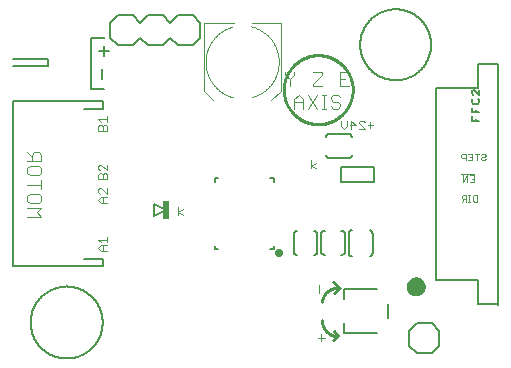
<source format=gto>
G75*
%MOIN*%
%OFA0B0*%
%FSLAX25Y25*%
%IPPOS*%
%LPD*%
%AMOC8*
5,1,8,0,0,1.08239X$1,22.5*
%
%ADD10C,0.00500*%
%ADD11C,0.00300*%
%ADD12C,0.00400*%
%ADD13C,0.01000*%
%ADD14C,0.00800*%
%ADD15C,0.05568*%
%ADD16C,0.00700*%
%ADD17C,0.00787*%
%ADD18C,0.01969*%
%ADD19R,0.02400X0.06200*%
%ADD20C,0.00600*%
%ADD21C,0.00200*%
D10*
X0072052Y0087644D02*
X0072056Y0087938D01*
X0072066Y0088233D01*
X0072085Y0088527D01*
X0072110Y0088820D01*
X0072142Y0089113D01*
X0072182Y0089405D01*
X0072229Y0089696D01*
X0072283Y0089985D01*
X0072344Y0090273D01*
X0072412Y0090560D01*
X0072487Y0090845D01*
X0072569Y0091127D01*
X0072658Y0091408D01*
X0072753Y0091687D01*
X0072856Y0091963D01*
X0072965Y0092236D01*
X0073081Y0092507D01*
X0073204Y0092775D01*
X0073333Y0093039D01*
X0073469Y0093301D01*
X0073611Y0093559D01*
X0073759Y0093813D01*
X0073914Y0094064D01*
X0074074Y0094311D01*
X0074241Y0094554D01*
X0074414Y0094792D01*
X0074592Y0095027D01*
X0074776Y0095257D01*
X0074965Y0095482D01*
X0075161Y0095703D01*
X0075361Y0095918D01*
X0075567Y0096129D01*
X0075778Y0096335D01*
X0075993Y0096535D01*
X0076214Y0096731D01*
X0076439Y0096920D01*
X0076669Y0097104D01*
X0076904Y0097282D01*
X0077142Y0097455D01*
X0077385Y0097622D01*
X0077632Y0097782D01*
X0077883Y0097937D01*
X0078137Y0098085D01*
X0078395Y0098227D01*
X0078657Y0098363D01*
X0078921Y0098492D01*
X0079189Y0098615D01*
X0079460Y0098731D01*
X0079733Y0098840D01*
X0080009Y0098943D01*
X0080288Y0099038D01*
X0080569Y0099127D01*
X0080851Y0099209D01*
X0081136Y0099284D01*
X0081423Y0099352D01*
X0081711Y0099413D01*
X0082000Y0099467D01*
X0082291Y0099514D01*
X0082583Y0099554D01*
X0082876Y0099586D01*
X0083169Y0099611D01*
X0083463Y0099630D01*
X0083758Y0099640D01*
X0084052Y0099644D01*
X0084346Y0099640D01*
X0084641Y0099630D01*
X0084935Y0099611D01*
X0085228Y0099586D01*
X0085521Y0099554D01*
X0085813Y0099514D01*
X0086104Y0099467D01*
X0086393Y0099413D01*
X0086681Y0099352D01*
X0086968Y0099284D01*
X0087253Y0099209D01*
X0087535Y0099127D01*
X0087816Y0099038D01*
X0088095Y0098943D01*
X0088371Y0098840D01*
X0088644Y0098731D01*
X0088915Y0098615D01*
X0089183Y0098492D01*
X0089447Y0098363D01*
X0089709Y0098227D01*
X0089967Y0098085D01*
X0090221Y0097937D01*
X0090472Y0097782D01*
X0090719Y0097622D01*
X0090962Y0097455D01*
X0091200Y0097282D01*
X0091435Y0097104D01*
X0091665Y0096920D01*
X0091890Y0096731D01*
X0092111Y0096535D01*
X0092326Y0096335D01*
X0092537Y0096129D01*
X0092743Y0095918D01*
X0092943Y0095703D01*
X0093139Y0095482D01*
X0093328Y0095257D01*
X0093512Y0095027D01*
X0093690Y0094792D01*
X0093863Y0094554D01*
X0094030Y0094311D01*
X0094190Y0094064D01*
X0094345Y0093813D01*
X0094493Y0093559D01*
X0094635Y0093301D01*
X0094771Y0093039D01*
X0094900Y0092775D01*
X0095023Y0092507D01*
X0095139Y0092236D01*
X0095248Y0091963D01*
X0095351Y0091687D01*
X0095446Y0091408D01*
X0095535Y0091127D01*
X0095617Y0090845D01*
X0095692Y0090560D01*
X0095760Y0090273D01*
X0095821Y0089985D01*
X0095875Y0089696D01*
X0095922Y0089405D01*
X0095962Y0089113D01*
X0095994Y0088820D01*
X0096019Y0088527D01*
X0096038Y0088233D01*
X0096048Y0087938D01*
X0096052Y0087644D01*
X0096048Y0087350D01*
X0096038Y0087055D01*
X0096019Y0086761D01*
X0095994Y0086468D01*
X0095962Y0086175D01*
X0095922Y0085883D01*
X0095875Y0085592D01*
X0095821Y0085303D01*
X0095760Y0085015D01*
X0095692Y0084728D01*
X0095617Y0084443D01*
X0095535Y0084161D01*
X0095446Y0083880D01*
X0095351Y0083601D01*
X0095248Y0083325D01*
X0095139Y0083052D01*
X0095023Y0082781D01*
X0094900Y0082513D01*
X0094771Y0082249D01*
X0094635Y0081987D01*
X0094493Y0081729D01*
X0094345Y0081475D01*
X0094190Y0081224D01*
X0094030Y0080977D01*
X0093863Y0080734D01*
X0093690Y0080496D01*
X0093512Y0080261D01*
X0093328Y0080031D01*
X0093139Y0079806D01*
X0092943Y0079585D01*
X0092743Y0079370D01*
X0092537Y0079159D01*
X0092326Y0078953D01*
X0092111Y0078753D01*
X0091890Y0078557D01*
X0091665Y0078368D01*
X0091435Y0078184D01*
X0091200Y0078006D01*
X0090962Y0077833D01*
X0090719Y0077666D01*
X0090472Y0077506D01*
X0090221Y0077351D01*
X0089967Y0077203D01*
X0089709Y0077061D01*
X0089447Y0076925D01*
X0089183Y0076796D01*
X0088915Y0076673D01*
X0088644Y0076557D01*
X0088371Y0076448D01*
X0088095Y0076345D01*
X0087816Y0076250D01*
X0087535Y0076161D01*
X0087253Y0076079D01*
X0086968Y0076004D01*
X0086681Y0075936D01*
X0086393Y0075875D01*
X0086104Y0075821D01*
X0085813Y0075774D01*
X0085521Y0075734D01*
X0085228Y0075702D01*
X0084935Y0075677D01*
X0084641Y0075658D01*
X0084346Y0075648D01*
X0084052Y0075644D01*
X0083758Y0075648D01*
X0083463Y0075658D01*
X0083169Y0075677D01*
X0082876Y0075702D01*
X0082583Y0075734D01*
X0082291Y0075774D01*
X0082000Y0075821D01*
X0081711Y0075875D01*
X0081423Y0075936D01*
X0081136Y0076004D01*
X0080851Y0076079D01*
X0080569Y0076161D01*
X0080288Y0076250D01*
X0080009Y0076345D01*
X0079733Y0076448D01*
X0079460Y0076557D01*
X0079189Y0076673D01*
X0078921Y0076796D01*
X0078657Y0076925D01*
X0078395Y0077061D01*
X0078137Y0077203D01*
X0077883Y0077351D01*
X0077632Y0077506D01*
X0077385Y0077666D01*
X0077142Y0077833D01*
X0076904Y0078006D01*
X0076669Y0078184D01*
X0076439Y0078368D01*
X0076214Y0078557D01*
X0075993Y0078753D01*
X0075778Y0078953D01*
X0075567Y0079159D01*
X0075361Y0079370D01*
X0075161Y0079585D01*
X0074965Y0079806D01*
X0074776Y0080031D01*
X0074592Y0080261D01*
X0074414Y0080496D01*
X0074241Y0080734D01*
X0074074Y0080977D01*
X0073914Y0081224D01*
X0073759Y0081475D01*
X0073611Y0081729D01*
X0073469Y0081987D01*
X0073333Y0082249D01*
X0073204Y0082513D01*
X0073081Y0082781D01*
X0072965Y0083052D01*
X0072856Y0083325D01*
X0072753Y0083601D01*
X0072658Y0083880D01*
X0072569Y0084161D01*
X0072487Y0084443D01*
X0072412Y0084728D01*
X0072344Y0085015D01*
X0072283Y0085303D01*
X0072229Y0085592D01*
X0072182Y0085883D01*
X0072142Y0086175D01*
X0072110Y0086468D01*
X0072085Y0086761D01*
X0072066Y0087055D01*
X0072056Y0087350D01*
X0072052Y0087644D01*
X0092294Y0165572D02*
X0092294Y0182501D01*
X0096625Y0182501D01*
X0096625Y0182895D01*
X0077727Y0175414D02*
X0077727Y0173052D01*
X0066310Y0173052D01*
X0066310Y0175414D02*
X0077727Y0175414D01*
X0092294Y0165572D02*
X0096625Y0165572D01*
X0175613Y0139533D02*
X0175613Y0134533D01*
X0186613Y0134533D01*
X0186613Y0139533D01*
X0175613Y0139533D01*
X0207269Y0165693D02*
X0207269Y0101914D01*
X0221049Y0101914D01*
X0221049Y0093646D01*
X0227742Y0093646D01*
X0227787Y0093633D02*
X0227787Y0173933D01*
X0227387Y0173933D01*
X0227348Y0173961D02*
X0221049Y0173961D01*
X0221049Y0165693D01*
X0207269Y0165693D01*
X0181887Y0180221D02*
X0181891Y0180511D01*
X0181901Y0180801D01*
X0181919Y0181090D01*
X0181944Y0181379D01*
X0181976Y0181667D01*
X0182015Y0181954D01*
X0182061Y0182240D01*
X0182114Y0182525D01*
X0182174Y0182809D01*
X0182241Y0183091D01*
X0182315Y0183371D01*
X0182396Y0183650D01*
X0182483Y0183926D01*
X0182577Y0184200D01*
X0182678Y0184472D01*
X0182786Y0184741D01*
X0182900Y0185007D01*
X0183021Y0185271D01*
X0183148Y0185531D01*
X0183282Y0185789D01*
X0183421Y0186043D01*
X0183567Y0186293D01*
X0183719Y0186540D01*
X0183878Y0186783D01*
X0184042Y0187022D01*
X0184211Y0187257D01*
X0184387Y0187488D01*
X0184568Y0187714D01*
X0184755Y0187936D01*
X0184947Y0188153D01*
X0185144Y0188365D01*
X0185346Y0188573D01*
X0185554Y0188775D01*
X0185766Y0188972D01*
X0185983Y0189164D01*
X0186205Y0189351D01*
X0186431Y0189532D01*
X0186662Y0189708D01*
X0186897Y0189877D01*
X0187136Y0190041D01*
X0187379Y0190200D01*
X0187626Y0190352D01*
X0187876Y0190498D01*
X0188130Y0190637D01*
X0188388Y0190771D01*
X0188648Y0190898D01*
X0188912Y0191019D01*
X0189178Y0191133D01*
X0189447Y0191241D01*
X0189719Y0191342D01*
X0189993Y0191436D01*
X0190269Y0191523D01*
X0190548Y0191604D01*
X0190828Y0191678D01*
X0191110Y0191745D01*
X0191394Y0191805D01*
X0191679Y0191858D01*
X0191965Y0191904D01*
X0192252Y0191943D01*
X0192540Y0191975D01*
X0192829Y0192000D01*
X0193118Y0192018D01*
X0193408Y0192028D01*
X0193698Y0192032D01*
X0193988Y0192028D01*
X0194278Y0192018D01*
X0194567Y0192000D01*
X0194856Y0191975D01*
X0195144Y0191943D01*
X0195431Y0191904D01*
X0195717Y0191858D01*
X0196002Y0191805D01*
X0196286Y0191745D01*
X0196568Y0191678D01*
X0196848Y0191604D01*
X0197127Y0191523D01*
X0197403Y0191436D01*
X0197677Y0191342D01*
X0197949Y0191241D01*
X0198218Y0191133D01*
X0198484Y0191019D01*
X0198748Y0190898D01*
X0199008Y0190771D01*
X0199266Y0190637D01*
X0199520Y0190498D01*
X0199770Y0190352D01*
X0200017Y0190200D01*
X0200260Y0190041D01*
X0200499Y0189877D01*
X0200734Y0189708D01*
X0200965Y0189532D01*
X0201191Y0189351D01*
X0201413Y0189164D01*
X0201630Y0188972D01*
X0201842Y0188775D01*
X0202050Y0188573D01*
X0202252Y0188365D01*
X0202449Y0188153D01*
X0202641Y0187936D01*
X0202828Y0187714D01*
X0203009Y0187488D01*
X0203185Y0187257D01*
X0203354Y0187022D01*
X0203518Y0186783D01*
X0203677Y0186540D01*
X0203829Y0186293D01*
X0203975Y0186043D01*
X0204114Y0185789D01*
X0204248Y0185531D01*
X0204375Y0185271D01*
X0204496Y0185007D01*
X0204610Y0184741D01*
X0204718Y0184472D01*
X0204819Y0184200D01*
X0204913Y0183926D01*
X0205000Y0183650D01*
X0205081Y0183371D01*
X0205155Y0183091D01*
X0205222Y0182809D01*
X0205282Y0182525D01*
X0205335Y0182240D01*
X0205381Y0181954D01*
X0205420Y0181667D01*
X0205452Y0181379D01*
X0205477Y0181090D01*
X0205495Y0180801D01*
X0205505Y0180511D01*
X0205509Y0180221D01*
X0205505Y0179931D01*
X0205495Y0179641D01*
X0205477Y0179352D01*
X0205452Y0179063D01*
X0205420Y0178775D01*
X0205381Y0178488D01*
X0205335Y0178202D01*
X0205282Y0177917D01*
X0205222Y0177633D01*
X0205155Y0177351D01*
X0205081Y0177071D01*
X0205000Y0176792D01*
X0204913Y0176516D01*
X0204819Y0176242D01*
X0204718Y0175970D01*
X0204610Y0175701D01*
X0204496Y0175435D01*
X0204375Y0175171D01*
X0204248Y0174911D01*
X0204114Y0174653D01*
X0203975Y0174399D01*
X0203829Y0174149D01*
X0203677Y0173902D01*
X0203518Y0173659D01*
X0203354Y0173420D01*
X0203185Y0173185D01*
X0203009Y0172954D01*
X0202828Y0172728D01*
X0202641Y0172506D01*
X0202449Y0172289D01*
X0202252Y0172077D01*
X0202050Y0171869D01*
X0201842Y0171667D01*
X0201630Y0171470D01*
X0201413Y0171278D01*
X0201191Y0171091D01*
X0200965Y0170910D01*
X0200734Y0170734D01*
X0200499Y0170565D01*
X0200260Y0170401D01*
X0200017Y0170242D01*
X0199770Y0170090D01*
X0199520Y0169944D01*
X0199266Y0169805D01*
X0199008Y0169671D01*
X0198748Y0169544D01*
X0198484Y0169423D01*
X0198218Y0169309D01*
X0197949Y0169201D01*
X0197677Y0169100D01*
X0197403Y0169006D01*
X0197127Y0168919D01*
X0196848Y0168838D01*
X0196568Y0168764D01*
X0196286Y0168697D01*
X0196002Y0168637D01*
X0195717Y0168584D01*
X0195431Y0168538D01*
X0195144Y0168499D01*
X0194856Y0168467D01*
X0194567Y0168442D01*
X0194278Y0168424D01*
X0193988Y0168414D01*
X0193698Y0168410D01*
X0193408Y0168414D01*
X0193118Y0168424D01*
X0192829Y0168442D01*
X0192540Y0168467D01*
X0192252Y0168499D01*
X0191965Y0168538D01*
X0191679Y0168584D01*
X0191394Y0168637D01*
X0191110Y0168697D01*
X0190828Y0168764D01*
X0190548Y0168838D01*
X0190269Y0168919D01*
X0189993Y0169006D01*
X0189719Y0169100D01*
X0189447Y0169201D01*
X0189178Y0169309D01*
X0188912Y0169423D01*
X0188648Y0169544D01*
X0188388Y0169671D01*
X0188130Y0169805D01*
X0187876Y0169944D01*
X0187626Y0170090D01*
X0187379Y0170242D01*
X0187136Y0170401D01*
X0186897Y0170565D01*
X0186662Y0170734D01*
X0186431Y0170910D01*
X0186205Y0171091D01*
X0185983Y0171278D01*
X0185766Y0171470D01*
X0185554Y0171667D01*
X0185346Y0171869D01*
X0185144Y0172077D01*
X0184947Y0172289D01*
X0184755Y0172506D01*
X0184568Y0172728D01*
X0184387Y0172954D01*
X0184211Y0173185D01*
X0184042Y0173420D01*
X0183878Y0173659D01*
X0183719Y0173902D01*
X0183567Y0174149D01*
X0183421Y0174399D01*
X0183282Y0174653D01*
X0183148Y0174911D01*
X0183021Y0175171D01*
X0182900Y0175435D01*
X0182786Y0175701D01*
X0182678Y0175970D01*
X0182577Y0176242D01*
X0182483Y0176516D01*
X0182396Y0176792D01*
X0182315Y0177071D01*
X0182241Y0177351D01*
X0182174Y0177633D01*
X0182114Y0177917D01*
X0182061Y0178202D01*
X0182015Y0178488D01*
X0181976Y0178775D01*
X0181944Y0179063D01*
X0181919Y0179352D01*
X0181901Y0179641D01*
X0181891Y0179931D01*
X0181887Y0180221D01*
X0197792Y0099551D02*
X0197794Y0099656D01*
X0197800Y0099762D01*
X0197810Y0099866D01*
X0197824Y0099971D01*
X0197842Y0100075D01*
X0197863Y0100178D01*
X0197889Y0100280D01*
X0197919Y0100381D01*
X0197952Y0100481D01*
X0197989Y0100580D01*
X0198030Y0100677D01*
X0198074Y0100772D01*
X0198122Y0100866D01*
X0198174Y0100958D01*
X0198229Y0101048D01*
X0198287Y0101136D01*
X0198349Y0101221D01*
X0198414Y0101304D01*
X0198481Y0101385D01*
X0198552Y0101463D01*
X0198626Y0101538D01*
X0198703Y0101610D01*
X0198782Y0101680D01*
X0198864Y0101746D01*
X0198948Y0101809D01*
X0199035Y0101869D01*
X0199124Y0101926D01*
X0199215Y0101979D01*
X0199307Y0102029D01*
X0199402Y0102075D01*
X0199498Y0102118D01*
X0199596Y0102157D01*
X0199696Y0102192D01*
X0199796Y0102224D01*
X0199898Y0102251D01*
X0200001Y0102275D01*
X0200104Y0102295D01*
X0200208Y0102311D01*
X0200313Y0102323D01*
X0200418Y0102331D01*
X0200523Y0102335D01*
X0200629Y0102335D01*
X0200734Y0102331D01*
X0200839Y0102323D01*
X0200944Y0102311D01*
X0201048Y0102295D01*
X0201151Y0102275D01*
X0201254Y0102251D01*
X0201356Y0102224D01*
X0201456Y0102192D01*
X0201556Y0102157D01*
X0201654Y0102118D01*
X0201750Y0102075D01*
X0201845Y0102029D01*
X0201937Y0101979D01*
X0202028Y0101926D01*
X0202117Y0101869D01*
X0202204Y0101809D01*
X0202288Y0101746D01*
X0202370Y0101680D01*
X0202449Y0101610D01*
X0202526Y0101538D01*
X0202600Y0101463D01*
X0202671Y0101385D01*
X0202738Y0101304D01*
X0202803Y0101221D01*
X0202865Y0101136D01*
X0202923Y0101048D01*
X0202978Y0100958D01*
X0203030Y0100866D01*
X0203078Y0100772D01*
X0203122Y0100677D01*
X0203163Y0100580D01*
X0203200Y0100481D01*
X0203233Y0100381D01*
X0203263Y0100280D01*
X0203289Y0100178D01*
X0203310Y0100075D01*
X0203328Y0099971D01*
X0203342Y0099866D01*
X0203352Y0099762D01*
X0203358Y0099656D01*
X0203360Y0099551D01*
X0203358Y0099446D01*
X0203352Y0099340D01*
X0203342Y0099236D01*
X0203328Y0099131D01*
X0203310Y0099027D01*
X0203289Y0098924D01*
X0203263Y0098822D01*
X0203233Y0098721D01*
X0203200Y0098621D01*
X0203163Y0098522D01*
X0203122Y0098425D01*
X0203078Y0098330D01*
X0203030Y0098236D01*
X0202978Y0098144D01*
X0202923Y0098054D01*
X0202865Y0097966D01*
X0202803Y0097881D01*
X0202738Y0097798D01*
X0202671Y0097717D01*
X0202600Y0097639D01*
X0202526Y0097564D01*
X0202449Y0097492D01*
X0202370Y0097422D01*
X0202288Y0097356D01*
X0202204Y0097293D01*
X0202117Y0097233D01*
X0202028Y0097176D01*
X0201937Y0097123D01*
X0201845Y0097073D01*
X0201750Y0097027D01*
X0201654Y0096984D01*
X0201556Y0096945D01*
X0201456Y0096910D01*
X0201356Y0096878D01*
X0201254Y0096851D01*
X0201151Y0096827D01*
X0201048Y0096807D01*
X0200944Y0096791D01*
X0200839Y0096779D01*
X0200734Y0096771D01*
X0200629Y0096767D01*
X0200523Y0096767D01*
X0200418Y0096771D01*
X0200313Y0096779D01*
X0200208Y0096791D01*
X0200104Y0096807D01*
X0200001Y0096827D01*
X0199898Y0096851D01*
X0199796Y0096878D01*
X0199696Y0096910D01*
X0199596Y0096945D01*
X0199498Y0096984D01*
X0199402Y0097027D01*
X0199307Y0097073D01*
X0199215Y0097123D01*
X0199124Y0097176D01*
X0199035Y0097233D01*
X0198948Y0097293D01*
X0198864Y0097356D01*
X0198782Y0097422D01*
X0198703Y0097492D01*
X0198626Y0097564D01*
X0198552Y0097639D01*
X0198481Y0097717D01*
X0198414Y0097798D01*
X0198349Y0097881D01*
X0198287Y0097966D01*
X0198229Y0098054D01*
X0198174Y0098144D01*
X0198122Y0098236D01*
X0198074Y0098330D01*
X0198030Y0098425D01*
X0197989Y0098522D01*
X0197952Y0098621D01*
X0197919Y0098721D01*
X0197889Y0098822D01*
X0197863Y0098924D01*
X0197842Y0099027D01*
X0197824Y0099131D01*
X0197810Y0099236D01*
X0197800Y0099340D01*
X0197794Y0099446D01*
X0197792Y0099551D01*
D11*
X0170146Y0082618D02*
X0167677Y0082618D01*
X0168912Y0083852D02*
X0168912Y0081383D01*
X0168312Y0097583D02*
X0168312Y0100052D01*
X0122714Y0123383D02*
X0121263Y0124351D01*
X0122714Y0125318D01*
X0121263Y0126286D02*
X0121263Y0123383D01*
X0097563Y0127583D02*
X0095628Y0127583D01*
X0094661Y0128551D01*
X0095628Y0129518D01*
X0097563Y0129518D01*
X0097563Y0130530D02*
X0095628Y0132465D01*
X0095145Y0132465D01*
X0094661Y0131981D01*
X0094661Y0131014D01*
X0095145Y0130530D01*
X0096112Y0129518D02*
X0096112Y0127583D01*
X0097563Y0130530D02*
X0097563Y0132465D01*
X0097563Y0135383D02*
X0094661Y0135383D01*
X0094661Y0136835D01*
X0095145Y0137318D01*
X0095628Y0137318D01*
X0096112Y0136835D01*
X0096112Y0135383D01*
X0097563Y0135383D02*
X0097563Y0136835D01*
X0097080Y0137318D01*
X0096596Y0137318D01*
X0096112Y0136835D01*
X0095145Y0138330D02*
X0094661Y0138814D01*
X0094661Y0139781D01*
X0095145Y0140265D01*
X0095628Y0140265D01*
X0097563Y0138330D01*
X0097563Y0140265D01*
X0097563Y0151583D02*
X0094661Y0151583D01*
X0094661Y0153035D01*
X0095145Y0153518D01*
X0095628Y0153518D01*
X0096112Y0153035D01*
X0096112Y0151583D01*
X0097563Y0151583D02*
X0097563Y0153035D01*
X0097080Y0153518D01*
X0096596Y0153518D01*
X0096112Y0153035D01*
X0095628Y0154530D02*
X0094661Y0155497D01*
X0097563Y0155497D01*
X0097563Y0154530D02*
X0097563Y0156465D01*
X0097563Y0116265D02*
X0097563Y0114330D01*
X0097563Y0115297D02*
X0094661Y0115297D01*
X0095628Y0114330D01*
X0095628Y0113318D02*
X0097563Y0113318D01*
X0096112Y0113318D02*
X0096112Y0111383D01*
X0095628Y0111383D02*
X0097563Y0111383D01*
X0095628Y0111383D02*
X0094661Y0112351D01*
X0095628Y0113318D01*
X0165663Y0138983D02*
X0165663Y0141886D01*
X0167114Y0140918D02*
X0165663Y0139951D01*
X0167114Y0138983D01*
X0176487Y0152042D02*
X0175520Y0153009D01*
X0175520Y0154944D01*
X0177455Y0154944D02*
X0177455Y0153009D01*
X0176487Y0152042D01*
X0178466Y0153493D02*
X0180401Y0153493D01*
X0178950Y0154944D01*
X0178950Y0152042D01*
X0181413Y0152042D02*
X0183348Y0152042D01*
X0181413Y0153977D01*
X0181413Y0154460D01*
X0181896Y0154944D01*
X0182864Y0154944D01*
X0183348Y0154460D01*
X0184359Y0153493D02*
X0186294Y0153493D01*
X0185327Y0154460D02*
X0185327Y0152525D01*
D12*
X0175256Y0159688D02*
X0174489Y0158920D01*
X0172954Y0158920D01*
X0172187Y0159688D01*
X0172954Y0161222D02*
X0172187Y0161990D01*
X0172187Y0162757D01*
X0172954Y0163524D01*
X0174489Y0163524D01*
X0175256Y0162757D01*
X0174489Y0161222D02*
X0175256Y0160455D01*
X0175256Y0159688D01*
X0174489Y0161222D02*
X0172954Y0161222D01*
X0170652Y0158920D02*
X0169118Y0158920D01*
X0169885Y0158920D02*
X0169885Y0163524D01*
X0169118Y0163524D02*
X0170652Y0163524D01*
X0167583Y0163524D02*
X0164514Y0158920D01*
X0162979Y0158920D02*
X0162979Y0161990D01*
X0161444Y0163524D01*
X0159910Y0161990D01*
X0159910Y0158920D01*
X0159910Y0161222D02*
X0162979Y0161222D01*
X0164514Y0163524D02*
X0167583Y0158920D01*
X0166048Y0166420D02*
X0169118Y0166420D01*
X0166048Y0166420D02*
X0166048Y0167188D01*
X0169118Y0170257D01*
X0169118Y0171024D01*
X0166048Y0171024D01*
X0159910Y0171024D02*
X0159910Y0170257D01*
X0158375Y0168722D01*
X0158375Y0166420D01*
X0158375Y0168722D02*
X0156840Y0170257D01*
X0156840Y0171024D01*
X0155349Y0164866D02*
X0152199Y0161717D01*
X0155349Y0164866D02*
X0155349Y0187307D01*
X0145703Y0187307D01*
X0139798Y0187307D02*
X0129758Y0187307D01*
X0129758Y0164866D01*
X0132908Y0161717D01*
X0139502Y0162701D02*
X0139214Y0162779D01*
X0138929Y0162863D01*
X0138646Y0162955D01*
X0138365Y0163053D01*
X0138087Y0163158D01*
X0137811Y0163270D01*
X0137538Y0163389D01*
X0137268Y0163514D01*
X0137001Y0163646D01*
X0136738Y0163784D01*
X0136477Y0163929D01*
X0136221Y0164080D01*
X0135968Y0164238D01*
X0135720Y0164401D01*
X0135475Y0164570D01*
X0135234Y0164746D01*
X0134998Y0164927D01*
X0134767Y0165114D01*
X0134540Y0165306D01*
X0134317Y0165504D01*
X0134100Y0165708D01*
X0133888Y0165916D01*
X0133681Y0166130D01*
X0133479Y0166349D01*
X0133282Y0166572D01*
X0133091Y0166801D01*
X0132906Y0167033D01*
X0132726Y0167271D01*
X0132553Y0167513D01*
X0132385Y0167758D01*
X0132223Y0168008D01*
X0132068Y0168262D01*
X0131918Y0168519D01*
X0131775Y0168780D01*
X0131639Y0169045D01*
X0131509Y0169313D01*
X0131385Y0169583D01*
X0131268Y0169857D01*
X0131158Y0170134D01*
X0131055Y0170413D01*
X0130958Y0170694D01*
X0130869Y0170978D01*
X0130786Y0171264D01*
X0130711Y0171552D01*
X0130642Y0171842D01*
X0130581Y0172133D01*
X0130526Y0172426D01*
X0130479Y0172719D01*
X0130439Y0173014D01*
X0130407Y0173310D01*
X0130381Y0173607D01*
X0130363Y0173904D01*
X0130352Y0174201D01*
X0130348Y0174499D01*
X0130352Y0174796D01*
X0130362Y0175094D01*
X0130380Y0175391D01*
X0130406Y0175688D01*
X0130438Y0175983D01*
X0130478Y0176278D01*
X0130525Y0176572D01*
X0130579Y0176865D01*
X0130640Y0177156D01*
X0130709Y0177446D01*
X0130784Y0177734D01*
X0130867Y0178020D01*
X0130956Y0178304D01*
X0131052Y0178585D01*
X0131155Y0178865D01*
X0131265Y0179141D01*
X0131382Y0179415D01*
X0131505Y0179686D01*
X0131635Y0179954D01*
X0131771Y0180218D01*
X0131914Y0180479D01*
X0132063Y0180737D01*
X0132219Y0180991D01*
X0132380Y0181241D01*
X0132548Y0181487D01*
X0132721Y0181729D01*
X0132901Y0181966D01*
X0133086Y0182199D01*
X0133277Y0182428D01*
X0133473Y0182651D01*
X0133675Y0182870D01*
X0133882Y0183084D01*
X0134094Y0183293D01*
X0134311Y0183496D01*
X0134533Y0183694D01*
X0134760Y0183887D01*
X0134992Y0184074D01*
X0135228Y0184255D01*
X0135468Y0184431D01*
X0135713Y0184600D01*
X0135961Y0184764D01*
X0136214Y0184921D01*
X0136470Y0185073D01*
X0136730Y0185218D01*
X0136994Y0185356D01*
X0137260Y0185488D01*
X0137530Y0185614D01*
X0137803Y0185733D01*
X0138079Y0185845D01*
X0138357Y0185950D01*
X0138638Y0186049D01*
X0138921Y0186140D01*
X0139207Y0186225D01*
X0145604Y0186323D02*
X0145892Y0186245D01*
X0146177Y0186161D01*
X0146460Y0186069D01*
X0146741Y0185971D01*
X0147019Y0185866D01*
X0147295Y0185754D01*
X0147568Y0185635D01*
X0147838Y0185510D01*
X0148105Y0185378D01*
X0148368Y0185240D01*
X0148629Y0185095D01*
X0148885Y0184944D01*
X0149138Y0184786D01*
X0149386Y0184623D01*
X0149631Y0184454D01*
X0149872Y0184278D01*
X0150108Y0184097D01*
X0150339Y0183910D01*
X0150566Y0183718D01*
X0150789Y0183520D01*
X0151006Y0183316D01*
X0151218Y0183108D01*
X0151425Y0182894D01*
X0151627Y0182675D01*
X0151824Y0182452D01*
X0152015Y0182223D01*
X0152200Y0181991D01*
X0152380Y0181753D01*
X0152553Y0181511D01*
X0152721Y0181266D01*
X0152883Y0181016D01*
X0153038Y0180762D01*
X0153188Y0180505D01*
X0153331Y0180244D01*
X0153467Y0179979D01*
X0153597Y0179711D01*
X0153721Y0179441D01*
X0153838Y0179167D01*
X0153948Y0178890D01*
X0154051Y0178611D01*
X0154148Y0178330D01*
X0154237Y0178046D01*
X0154320Y0177760D01*
X0154395Y0177472D01*
X0154464Y0177182D01*
X0154525Y0176891D01*
X0154580Y0176598D01*
X0154627Y0176305D01*
X0154667Y0176010D01*
X0154699Y0175714D01*
X0154725Y0175417D01*
X0154743Y0175120D01*
X0154754Y0174823D01*
X0154758Y0174525D01*
X0154754Y0174228D01*
X0154744Y0173930D01*
X0154726Y0173633D01*
X0154700Y0173336D01*
X0154668Y0173041D01*
X0154628Y0172746D01*
X0154581Y0172452D01*
X0154527Y0172159D01*
X0154466Y0171868D01*
X0154397Y0171578D01*
X0154322Y0171290D01*
X0154239Y0171004D01*
X0154150Y0170720D01*
X0154054Y0170439D01*
X0153951Y0170159D01*
X0153841Y0169883D01*
X0153724Y0169609D01*
X0153601Y0169338D01*
X0153471Y0169070D01*
X0153335Y0168806D01*
X0153192Y0168545D01*
X0153043Y0168287D01*
X0152887Y0168033D01*
X0152726Y0167783D01*
X0152558Y0167537D01*
X0152385Y0167295D01*
X0152205Y0167058D01*
X0152020Y0166825D01*
X0151829Y0166596D01*
X0151633Y0166373D01*
X0151431Y0166154D01*
X0151224Y0165940D01*
X0151012Y0165731D01*
X0150795Y0165528D01*
X0150573Y0165330D01*
X0150346Y0165137D01*
X0150114Y0164950D01*
X0149878Y0164769D01*
X0149638Y0164593D01*
X0149393Y0164424D01*
X0149145Y0164260D01*
X0148892Y0164103D01*
X0148636Y0163951D01*
X0148376Y0163806D01*
X0148112Y0163668D01*
X0147846Y0163536D01*
X0147576Y0163410D01*
X0147303Y0163291D01*
X0147027Y0163179D01*
X0146749Y0163074D01*
X0146468Y0162975D01*
X0146185Y0162884D01*
X0145899Y0162799D01*
X0175256Y0166420D02*
X0178325Y0166420D01*
X0176791Y0168722D02*
X0175256Y0168722D01*
X0175256Y0171024D02*
X0175256Y0166420D01*
X0175256Y0171024D02*
X0178325Y0171024D01*
X0075569Y0143605D02*
X0075569Y0141303D01*
X0070965Y0141303D01*
X0072500Y0141303D02*
X0072500Y0143605D01*
X0073267Y0144373D01*
X0074802Y0144373D01*
X0075569Y0143605D01*
X0072500Y0142838D02*
X0070965Y0144373D01*
X0071733Y0139769D02*
X0074802Y0139769D01*
X0075569Y0139001D01*
X0075569Y0137467D01*
X0074802Y0136699D01*
X0071733Y0136699D01*
X0070965Y0137467D01*
X0070965Y0139001D01*
X0071733Y0139769D01*
X0075569Y0135165D02*
X0075569Y0132096D01*
X0075569Y0133630D02*
X0070965Y0133630D01*
X0071733Y0130561D02*
X0074802Y0130561D01*
X0075569Y0129794D01*
X0075569Y0128259D01*
X0074802Y0127492D01*
X0071733Y0127492D01*
X0070965Y0128259D01*
X0070965Y0129794D01*
X0071733Y0130561D01*
X0070965Y0125957D02*
X0075569Y0125957D01*
X0074034Y0124422D01*
X0075569Y0122888D01*
X0070965Y0122888D01*
D13*
X0156413Y0165233D02*
X0156416Y0165515D01*
X0156427Y0165797D01*
X0156444Y0166079D01*
X0156468Y0166360D01*
X0156499Y0166641D01*
X0156537Y0166920D01*
X0156582Y0167199D01*
X0156634Y0167477D01*
X0156692Y0167753D01*
X0156758Y0168027D01*
X0156830Y0168300D01*
X0156908Y0168571D01*
X0156993Y0168840D01*
X0157085Y0169107D01*
X0157184Y0169372D01*
X0157288Y0169634D01*
X0157400Y0169893D01*
X0157517Y0170150D01*
X0157641Y0170404D01*
X0157771Y0170654D01*
X0157907Y0170901D01*
X0158049Y0171145D01*
X0158197Y0171385D01*
X0158351Y0171622D01*
X0158511Y0171855D01*
X0158676Y0172084D01*
X0158847Y0172308D01*
X0159023Y0172529D01*
X0159205Y0172744D01*
X0159392Y0172956D01*
X0159584Y0173163D01*
X0159781Y0173365D01*
X0159983Y0173562D01*
X0160190Y0173754D01*
X0160402Y0173941D01*
X0160617Y0174123D01*
X0160838Y0174299D01*
X0161062Y0174470D01*
X0161291Y0174635D01*
X0161524Y0174795D01*
X0161761Y0174949D01*
X0162001Y0175097D01*
X0162245Y0175239D01*
X0162492Y0175375D01*
X0162742Y0175505D01*
X0162996Y0175629D01*
X0163253Y0175746D01*
X0163512Y0175858D01*
X0163774Y0175962D01*
X0164039Y0176061D01*
X0164306Y0176153D01*
X0164575Y0176238D01*
X0164846Y0176316D01*
X0165119Y0176388D01*
X0165393Y0176454D01*
X0165669Y0176512D01*
X0165947Y0176564D01*
X0166226Y0176609D01*
X0166505Y0176647D01*
X0166786Y0176678D01*
X0167067Y0176702D01*
X0167349Y0176719D01*
X0167631Y0176730D01*
X0167913Y0176733D01*
X0168195Y0176730D01*
X0168477Y0176719D01*
X0168759Y0176702D01*
X0169040Y0176678D01*
X0169321Y0176647D01*
X0169600Y0176609D01*
X0169879Y0176564D01*
X0170157Y0176512D01*
X0170433Y0176454D01*
X0170707Y0176388D01*
X0170980Y0176316D01*
X0171251Y0176238D01*
X0171520Y0176153D01*
X0171787Y0176061D01*
X0172052Y0175962D01*
X0172314Y0175858D01*
X0172573Y0175746D01*
X0172830Y0175629D01*
X0173084Y0175505D01*
X0173334Y0175375D01*
X0173581Y0175239D01*
X0173825Y0175097D01*
X0174065Y0174949D01*
X0174302Y0174795D01*
X0174535Y0174635D01*
X0174764Y0174470D01*
X0174988Y0174299D01*
X0175209Y0174123D01*
X0175424Y0173941D01*
X0175636Y0173754D01*
X0175843Y0173562D01*
X0176045Y0173365D01*
X0176242Y0173163D01*
X0176434Y0172956D01*
X0176621Y0172744D01*
X0176803Y0172529D01*
X0176979Y0172308D01*
X0177150Y0172084D01*
X0177315Y0171855D01*
X0177475Y0171622D01*
X0177629Y0171385D01*
X0177777Y0171145D01*
X0177919Y0170901D01*
X0178055Y0170654D01*
X0178185Y0170404D01*
X0178309Y0170150D01*
X0178426Y0169893D01*
X0178538Y0169634D01*
X0178642Y0169372D01*
X0178741Y0169107D01*
X0178833Y0168840D01*
X0178918Y0168571D01*
X0178996Y0168300D01*
X0179068Y0168027D01*
X0179134Y0167753D01*
X0179192Y0167477D01*
X0179244Y0167199D01*
X0179289Y0166920D01*
X0179327Y0166641D01*
X0179358Y0166360D01*
X0179382Y0166079D01*
X0179399Y0165797D01*
X0179410Y0165515D01*
X0179413Y0165233D01*
X0179410Y0164951D01*
X0179399Y0164669D01*
X0179382Y0164387D01*
X0179358Y0164106D01*
X0179327Y0163825D01*
X0179289Y0163546D01*
X0179244Y0163267D01*
X0179192Y0162989D01*
X0179134Y0162713D01*
X0179068Y0162439D01*
X0178996Y0162166D01*
X0178918Y0161895D01*
X0178833Y0161626D01*
X0178741Y0161359D01*
X0178642Y0161094D01*
X0178538Y0160832D01*
X0178426Y0160573D01*
X0178309Y0160316D01*
X0178185Y0160062D01*
X0178055Y0159812D01*
X0177919Y0159565D01*
X0177777Y0159321D01*
X0177629Y0159081D01*
X0177475Y0158844D01*
X0177315Y0158611D01*
X0177150Y0158382D01*
X0176979Y0158158D01*
X0176803Y0157937D01*
X0176621Y0157722D01*
X0176434Y0157510D01*
X0176242Y0157303D01*
X0176045Y0157101D01*
X0175843Y0156904D01*
X0175636Y0156712D01*
X0175424Y0156525D01*
X0175209Y0156343D01*
X0174988Y0156167D01*
X0174764Y0155996D01*
X0174535Y0155831D01*
X0174302Y0155671D01*
X0174065Y0155517D01*
X0173825Y0155369D01*
X0173581Y0155227D01*
X0173334Y0155091D01*
X0173084Y0154961D01*
X0172830Y0154837D01*
X0172573Y0154720D01*
X0172314Y0154608D01*
X0172052Y0154504D01*
X0171787Y0154405D01*
X0171520Y0154313D01*
X0171251Y0154228D01*
X0170980Y0154150D01*
X0170707Y0154078D01*
X0170433Y0154012D01*
X0170157Y0153954D01*
X0169879Y0153902D01*
X0169600Y0153857D01*
X0169321Y0153819D01*
X0169040Y0153788D01*
X0168759Y0153764D01*
X0168477Y0153747D01*
X0168195Y0153736D01*
X0167913Y0153733D01*
X0167631Y0153736D01*
X0167349Y0153747D01*
X0167067Y0153764D01*
X0166786Y0153788D01*
X0166505Y0153819D01*
X0166226Y0153857D01*
X0165947Y0153902D01*
X0165669Y0153954D01*
X0165393Y0154012D01*
X0165119Y0154078D01*
X0164846Y0154150D01*
X0164575Y0154228D01*
X0164306Y0154313D01*
X0164039Y0154405D01*
X0163774Y0154504D01*
X0163512Y0154608D01*
X0163253Y0154720D01*
X0162996Y0154837D01*
X0162742Y0154961D01*
X0162492Y0155091D01*
X0162245Y0155227D01*
X0162001Y0155369D01*
X0161761Y0155517D01*
X0161524Y0155671D01*
X0161291Y0155831D01*
X0161062Y0155996D01*
X0160838Y0156167D01*
X0160617Y0156343D01*
X0160402Y0156525D01*
X0160190Y0156712D01*
X0159983Y0156904D01*
X0159781Y0157101D01*
X0159584Y0157303D01*
X0159392Y0157510D01*
X0159205Y0157722D01*
X0159023Y0157937D01*
X0158847Y0158158D01*
X0158676Y0158382D01*
X0158511Y0158611D01*
X0158351Y0158844D01*
X0158197Y0159081D01*
X0158049Y0159321D01*
X0157907Y0159565D01*
X0157771Y0159812D01*
X0157641Y0160062D01*
X0157517Y0160316D01*
X0157400Y0160573D01*
X0157288Y0160832D01*
X0157184Y0161094D01*
X0157085Y0161359D01*
X0156993Y0161626D01*
X0156908Y0161895D01*
X0156830Y0162166D01*
X0156758Y0162439D01*
X0156692Y0162713D01*
X0156634Y0162989D01*
X0156582Y0163267D01*
X0156537Y0163546D01*
X0156499Y0163825D01*
X0156468Y0164106D01*
X0156444Y0164387D01*
X0156427Y0164669D01*
X0156416Y0164951D01*
X0156413Y0165233D01*
X0172713Y0101033D02*
X0175113Y0099233D01*
X0173313Y0097433D01*
X0175113Y0099233D02*
X0174969Y0099247D01*
X0174825Y0099257D01*
X0174680Y0099263D01*
X0174536Y0099266D01*
X0174391Y0099265D01*
X0174246Y0099259D01*
X0174102Y0099250D01*
X0173958Y0099238D01*
X0173814Y0099221D01*
X0173671Y0099200D01*
X0173529Y0099176D01*
X0173387Y0099148D01*
X0173246Y0099116D01*
X0173105Y0099080D01*
X0172966Y0099041D01*
X0172828Y0098998D01*
X0172691Y0098951D01*
X0172556Y0098901D01*
X0172421Y0098847D01*
X0172289Y0098790D01*
X0172157Y0098729D01*
X0172028Y0098664D01*
X0171900Y0098597D01*
X0171774Y0098525D01*
X0171650Y0098451D01*
X0171529Y0098373D01*
X0171409Y0098292D01*
X0171291Y0098208D01*
X0171176Y0098120D01*
X0171063Y0098030D01*
X0170952Y0097937D01*
X0170844Y0097840D01*
X0170739Y0097741D01*
X0170636Y0097639D01*
X0170536Y0097535D01*
X0170439Y0097428D01*
X0170345Y0097318D01*
X0170254Y0097206D01*
X0170165Y0097091D01*
X0170080Y0096974D01*
X0169998Y0096855D01*
X0169919Y0096734D01*
X0169844Y0096611D01*
X0169771Y0096485D01*
X0169702Y0096358D01*
X0169637Y0096229D01*
X0169575Y0096099D01*
X0169516Y0095966D01*
X0169461Y0095833D01*
X0169410Y0095697D01*
X0169362Y0095561D01*
X0169318Y0095423D01*
X0169277Y0095284D01*
X0169241Y0095144D01*
X0169208Y0095004D01*
X0169178Y0094862D01*
X0169153Y0094720D01*
X0169131Y0094577D01*
X0169113Y0094433D01*
X0169113Y0088433D02*
X0169115Y0088287D01*
X0169121Y0088141D01*
X0169131Y0087995D01*
X0169145Y0087849D01*
X0169162Y0087704D01*
X0169184Y0087559D01*
X0169210Y0087415D01*
X0169239Y0087272D01*
X0169273Y0087130D01*
X0169310Y0086988D01*
X0169351Y0086848D01*
X0169396Y0086709D01*
X0169444Y0086571D01*
X0169497Y0086434D01*
X0169552Y0086299D01*
X0169612Y0086166D01*
X0169675Y0086034D01*
X0169742Y0085904D01*
X0169812Y0085775D01*
X0169886Y0085649D01*
X0169963Y0085525D01*
X0170043Y0085403D01*
X0170127Y0085283D01*
X0170214Y0085165D01*
X0170304Y0085050D01*
X0170397Y0084937D01*
X0170494Y0084827D01*
X0170593Y0084719D01*
X0170695Y0084615D01*
X0170799Y0084513D01*
X0170907Y0084414D01*
X0171017Y0084317D01*
X0171130Y0084224D01*
X0171245Y0084134D01*
X0171363Y0084047D01*
X0171483Y0083963D01*
X0171605Y0083883D01*
X0171729Y0083806D01*
X0171855Y0083732D01*
X0171984Y0083662D01*
X0172114Y0083595D01*
X0172246Y0083532D01*
X0172379Y0083472D01*
X0172514Y0083417D01*
X0172651Y0083364D01*
X0172789Y0083316D01*
X0172928Y0083271D01*
X0173068Y0083230D01*
X0173210Y0083193D01*
X0173352Y0083159D01*
X0173495Y0083130D01*
X0173639Y0083104D01*
X0173784Y0083082D01*
X0173929Y0083065D01*
X0174075Y0083051D01*
X0174221Y0083041D01*
X0174367Y0083035D01*
X0174513Y0083033D01*
X0172713Y0081833D01*
X0174513Y0083033D02*
X0173313Y0084833D01*
D14*
X0176572Y0084298D02*
X0176572Y0087615D01*
X0176572Y0084298D02*
X0187388Y0084298D01*
X0191138Y0089298D02*
X0191138Y0093865D01*
X0187388Y0098865D02*
X0176572Y0098865D01*
X0176572Y0095548D01*
X0178013Y0110883D02*
X0178013Y0117383D01*
X0178015Y0117443D01*
X0178020Y0117504D01*
X0178029Y0117563D01*
X0178042Y0117622D01*
X0178058Y0117681D01*
X0178078Y0117738D01*
X0178101Y0117793D01*
X0178128Y0117848D01*
X0178157Y0117900D01*
X0178190Y0117951D01*
X0178226Y0118000D01*
X0178264Y0118046D01*
X0178306Y0118090D01*
X0178350Y0118132D01*
X0178396Y0118170D01*
X0178445Y0118206D01*
X0178496Y0118239D01*
X0178548Y0118268D01*
X0178603Y0118295D01*
X0178658Y0118318D01*
X0178715Y0118338D01*
X0178774Y0118354D01*
X0178833Y0118367D01*
X0178892Y0118376D01*
X0178953Y0118381D01*
X0179013Y0118383D01*
X0176750Y0117383D02*
X0176750Y0111084D01*
X0176751Y0111084D02*
X0176737Y0111025D01*
X0176720Y0110967D01*
X0176699Y0110910D01*
X0176675Y0110854D01*
X0176647Y0110800D01*
X0176617Y0110748D01*
X0176583Y0110697D01*
X0176546Y0110649D01*
X0176507Y0110603D01*
X0176464Y0110560D01*
X0176420Y0110519D01*
X0176372Y0110481D01*
X0176323Y0110446D01*
X0176271Y0110414D01*
X0176218Y0110385D01*
X0176163Y0110359D01*
X0176107Y0110337D01*
X0176049Y0110318D01*
X0175990Y0110302D01*
X0175931Y0110291D01*
X0175871Y0110282D01*
X0175810Y0110278D01*
X0175750Y0110277D01*
X0175689Y0110280D01*
X0175629Y0110286D01*
X0175569Y0110296D01*
X0170057Y0110296D02*
X0169995Y0110286D01*
X0169932Y0110280D01*
X0169869Y0110277D01*
X0169806Y0110278D01*
X0169743Y0110284D01*
X0169681Y0110293D01*
X0169619Y0110306D01*
X0169558Y0110323D01*
X0169499Y0110344D01*
X0169441Y0110369D01*
X0169384Y0110397D01*
X0169330Y0110429D01*
X0169277Y0110464D01*
X0169227Y0110502D01*
X0169179Y0110543D01*
X0169134Y0110587D01*
X0169092Y0110634D01*
X0169053Y0110684D01*
X0169017Y0110736D01*
X0168985Y0110790D01*
X0168955Y0110845D01*
X0168930Y0110903D01*
X0168908Y0110962D01*
X0168890Y0111023D01*
X0168875Y0111084D01*
X0168876Y0111084D02*
X0168876Y0117383D01*
X0168875Y0117383D02*
X0168890Y0117444D01*
X0168908Y0117505D01*
X0168930Y0117564D01*
X0168955Y0117622D01*
X0168985Y0117677D01*
X0169017Y0117731D01*
X0169053Y0117783D01*
X0169092Y0117833D01*
X0169134Y0117880D01*
X0169179Y0117924D01*
X0169227Y0117965D01*
X0169277Y0118003D01*
X0169330Y0118038D01*
X0169384Y0118070D01*
X0169441Y0118098D01*
X0169499Y0118123D01*
X0169558Y0118144D01*
X0169619Y0118161D01*
X0169681Y0118174D01*
X0169743Y0118183D01*
X0169806Y0118189D01*
X0169869Y0118190D01*
X0169932Y0118187D01*
X0169995Y0118181D01*
X0170057Y0118171D01*
X0167650Y0117383D02*
X0167650Y0111084D01*
X0167651Y0111084D02*
X0167637Y0111025D01*
X0167620Y0110967D01*
X0167599Y0110910D01*
X0167575Y0110854D01*
X0167547Y0110800D01*
X0167517Y0110748D01*
X0167483Y0110697D01*
X0167446Y0110649D01*
X0167407Y0110603D01*
X0167364Y0110560D01*
X0167320Y0110519D01*
X0167272Y0110481D01*
X0167223Y0110446D01*
X0167171Y0110414D01*
X0167118Y0110385D01*
X0167063Y0110359D01*
X0167007Y0110337D01*
X0166949Y0110318D01*
X0166890Y0110302D01*
X0166831Y0110291D01*
X0166771Y0110282D01*
X0166710Y0110278D01*
X0166650Y0110277D01*
X0166589Y0110280D01*
X0166529Y0110286D01*
X0166469Y0110296D01*
X0160957Y0110296D02*
X0160895Y0110286D01*
X0160832Y0110280D01*
X0160769Y0110277D01*
X0160706Y0110278D01*
X0160643Y0110284D01*
X0160581Y0110293D01*
X0160519Y0110306D01*
X0160458Y0110323D01*
X0160399Y0110344D01*
X0160341Y0110369D01*
X0160284Y0110397D01*
X0160230Y0110429D01*
X0160177Y0110464D01*
X0160127Y0110502D01*
X0160079Y0110543D01*
X0160034Y0110587D01*
X0159992Y0110634D01*
X0159953Y0110684D01*
X0159917Y0110736D01*
X0159885Y0110790D01*
X0159855Y0110845D01*
X0159830Y0110903D01*
X0159808Y0110962D01*
X0159790Y0111023D01*
X0159775Y0111084D01*
X0159776Y0111084D02*
X0159776Y0117383D01*
X0159775Y0117383D02*
X0159790Y0117444D01*
X0159808Y0117505D01*
X0159830Y0117564D01*
X0159855Y0117622D01*
X0159885Y0117677D01*
X0159917Y0117731D01*
X0159953Y0117783D01*
X0159992Y0117833D01*
X0160034Y0117880D01*
X0160079Y0117924D01*
X0160127Y0117965D01*
X0160177Y0118003D01*
X0160230Y0118038D01*
X0160284Y0118070D01*
X0160341Y0118098D01*
X0160399Y0118123D01*
X0160458Y0118144D01*
X0160519Y0118161D01*
X0160581Y0118174D01*
X0160643Y0118183D01*
X0160706Y0118189D01*
X0160769Y0118190D01*
X0160832Y0118187D01*
X0160895Y0118181D01*
X0160957Y0118171D01*
X0166469Y0118171D02*
X0166529Y0118181D01*
X0166589Y0118187D01*
X0166650Y0118190D01*
X0166710Y0118189D01*
X0166771Y0118185D01*
X0166831Y0118176D01*
X0166890Y0118165D01*
X0166949Y0118149D01*
X0167007Y0118130D01*
X0167063Y0118108D01*
X0167118Y0118082D01*
X0167171Y0118053D01*
X0167223Y0118021D01*
X0167272Y0117986D01*
X0167320Y0117948D01*
X0167364Y0117907D01*
X0167407Y0117864D01*
X0167446Y0117818D01*
X0167483Y0117770D01*
X0167517Y0117719D01*
X0167547Y0117667D01*
X0167575Y0117613D01*
X0167599Y0117557D01*
X0167620Y0117500D01*
X0167637Y0117442D01*
X0167651Y0117383D01*
X0175569Y0118171D02*
X0175629Y0118181D01*
X0175689Y0118187D01*
X0175750Y0118190D01*
X0175810Y0118189D01*
X0175871Y0118185D01*
X0175931Y0118176D01*
X0175990Y0118165D01*
X0176049Y0118149D01*
X0176107Y0118130D01*
X0176163Y0118108D01*
X0176218Y0118082D01*
X0176271Y0118053D01*
X0176323Y0118021D01*
X0176372Y0117986D01*
X0176420Y0117948D01*
X0176464Y0117907D01*
X0176507Y0117864D01*
X0176546Y0117818D01*
X0176583Y0117770D01*
X0176617Y0117719D01*
X0176647Y0117667D01*
X0176675Y0117613D01*
X0176699Y0117557D01*
X0176720Y0117500D01*
X0176737Y0117442D01*
X0176751Y0117383D01*
X0185013Y0118383D02*
X0185073Y0118381D01*
X0185134Y0118376D01*
X0185193Y0118367D01*
X0185252Y0118354D01*
X0185311Y0118338D01*
X0185368Y0118318D01*
X0185423Y0118295D01*
X0185478Y0118268D01*
X0185530Y0118239D01*
X0185581Y0118206D01*
X0185630Y0118170D01*
X0185676Y0118132D01*
X0185720Y0118090D01*
X0185762Y0118046D01*
X0185800Y0118000D01*
X0185836Y0117951D01*
X0185869Y0117900D01*
X0185898Y0117848D01*
X0185925Y0117793D01*
X0185948Y0117738D01*
X0185968Y0117681D01*
X0185984Y0117622D01*
X0185997Y0117563D01*
X0186006Y0117504D01*
X0186011Y0117443D01*
X0186013Y0117383D01*
X0186013Y0110883D01*
X0186011Y0110823D01*
X0186006Y0110762D01*
X0185997Y0110703D01*
X0185984Y0110644D01*
X0185968Y0110585D01*
X0185948Y0110528D01*
X0185925Y0110473D01*
X0185898Y0110418D01*
X0185869Y0110366D01*
X0185836Y0110315D01*
X0185800Y0110266D01*
X0185762Y0110220D01*
X0185720Y0110176D01*
X0185676Y0110134D01*
X0185630Y0110096D01*
X0185581Y0110060D01*
X0185530Y0110027D01*
X0185478Y0109998D01*
X0185423Y0109971D01*
X0185368Y0109948D01*
X0185311Y0109928D01*
X0185252Y0109912D01*
X0185193Y0109899D01*
X0185134Y0109890D01*
X0185073Y0109885D01*
X0185013Y0109883D01*
X0179013Y0109883D02*
X0178953Y0109885D01*
X0178892Y0109890D01*
X0178833Y0109899D01*
X0178774Y0109912D01*
X0178715Y0109928D01*
X0178658Y0109948D01*
X0178603Y0109971D01*
X0178548Y0109998D01*
X0178496Y0110027D01*
X0178445Y0110060D01*
X0178396Y0110096D01*
X0178350Y0110134D01*
X0178306Y0110176D01*
X0178264Y0110220D01*
X0178226Y0110266D01*
X0178190Y0110315D01*
X0178157Y0110366D01*
X0178128Y0110418D01*
X0178101Y0110473D01*
X0178078Y0110528D01*
X0178058Y0110585D01*
X0178042Y0110644D01*
X0178029Y0110703D01*
X0178020Y0110762D01*
X0178015Y0110823D01*
X0178013Y0110883D01*
X0178063Y0142533D02*
X0171563Y0142533D01*
X0171503Y0142535D01*
X0171442Y0142540D01*
X0171383Y0142549D01*
X0171324Y0142562D01*
X0171265Y0142578D01*
X0171208Y0142598D01*
X0171153Y0142621D01*
X0171098Y0142648D01*
X0171046Y0142677D01*
X0170995Y0142710D01*
X0170946Y0142746D01*
X0170900Y0142784D01*
X0170856Y0142826D01*
X0170814Y0142870D01*
X0170776Y0142916D01*
X0170740Y0142965D01*
X0170707Y0143016D01*
X0170678Y0143068D01*
X0170651Y0143123D01*
X0170628Y0143178D01*
X0170608Y0143235D01*
X0170592Y0143294D01*
X0170579Y0143353D01*
X0170570Y0143412D01*
X0170565Y0143473D01*
X0170563Y0143533D01*
X0170563Y0149533D02*
X0170565Y0149593D01*
X0170570Y0149654D01*
X0170579Y0149713D01*
X0170592Y0149772D01*
X0170608Y0149831D01*
X0170628Y0149888D01*
X0170651Y0149943D01*
X0170678Y0149998D01*
X0170707Y0150050D01*
X0170740Y0150101D01*
X0170776Y0150150D01*
X0170814Y0150196D01*
X0170856Y0150240D01*
X0170900Y0150282D01*
X0170946Y0150320D01*
X0170995Y0150356D01*
X0171046Y0150389D01*
X0171098Y0150418D01*
X0171153Y0150445D01*
X0171208Y0150468D01*
X0171265Y0150488D01*
X0171324Y0150504D01*
X0171383Y0150517D01*
X0171442Y0150526D01*
X0171503Y0150531D01*
X0171563Y0150533D01*
X0178063Y0150533D01*
X0178123Y0150531D01*
X0178184Y0150526D01*
X0178243Y0150517D01*
X0178302Y0150504D01*
X0178361Y0150488D01*
X0178418Y0150468D01*
X0178473Y0150445D01*
X0178528Y0150418D01*
X0178580Y0150389D01*
X0178631Y0150356D01*
X0178680Y0150320D01*
X0178726Y0150282D01*
X0178770Y0150240D01*
X0178812Y0150196D01*
X0178850Y0150150D01*
X0178886Y0150101D01*
X0178919Y0150050D01*
X0178948Y0149998D01*
X0178975Y0149943D01*
X0178998Y0149888D01*
X0179018Y0149831D01*
X0179034Y0149772D01*
X0179047Y0149713D01*
X0179056Y0149654D01*
X0179061Y0149593D01*
X0179063Y0149533D01*
X0179063Y0143533D02*
X0179061Y0143473D01*
X0179056Y0143412D01*
X0179047Y0143353D01*
X0179034Y0143294D01*
X0179018Y0143235D01*
X0178998Y0143178D01*
X0178975Y0143123D01*
X0178948Y0143068D01*
X0178919Y0143016D01*
X0178886Y0142965D01*
X0178850Y0142916D01*
X0178812Y0142870D01*
X0178770Y0142826D01*
X0178726Y0142784D01*
X0178680Y0142746D01*
X0178631Y0142710D01*
X0178580Y0142677D01*
X0178528Y0142648D01*
X0178473Y0142621D01*
X0178418Y0142598D01*
X0178361Y0142578D01*
X0178302Y0142562D01*
X0178243Y0142549D01*
X0178184Y0142540D01*
X0178123Y0142535D01*
X0178063Y0142533D01*
X0219177Y0154731D02*
X0219177Y0156332D01*
X0219177Y0157677D02*
X0219177Y0159279D01*
X0219578Y0160624D02*
X0221179Y0160624D01*
X0221579Y0161024D01*
X0221579Y0161825D01*
X0221179Y0162225D01*
X0221579Y0163571D02*
X0219978Y0165172D01*
X0219578Y0165172D01*
X0219177Y0164772D01*
X0219177Y0163971D01*
X0219578Y0163571D01*
X0219578Y0162225D02*
X0219177Y0161825D01*
X0219177Y0161024D01*
X0219578Y0160624D01*
X0220378Y0158478D02*
X0220378Y0157677D01*
X0221579Y0157677D02*
X0219177Y0157677D01*
X0220378Y0155532D02*
X0220378Y0154731D01*
X0221579Y0154731D02*
X0219177Y0154731D01*
X0221579Y0163571D02*
X0221579Y0165172D01*
X0128513Y0182533D02*
X0126013Y0180033D01*
X0121013Y0180033D01*
X0118513Y0182533D01*
X0116013Y0180033D01*
X0111013Y0180033D01*
X0108513Y0182533D01*
X0106013Y0180033D01*
X0101013Y0180033D01*
X0098513Y0182533D01*
X0098513Y0187533D01*
X0101013Y0190033D01*
X0106013Y0190033D01*
X0108513Y0187533D01*
X0111013Y0190033D01*
X0116013Y0190033D01*
X0118513Y0187533D01*
X0121013Y0190033D01*
X0126013Y0190033D01*
X0128513Y0187533D01*
X0128513Y0182533D01*
X0096212Y0161495D02*
X0096212Y0158936D01*
X0089913Y0158936D01*
X0096212Y0161495D02*
X0066291Y0161495D01*
X0066291Y0106408D01*
X0096212Y0106408D01*
X0096212Y0108967D01*
X0089913Y0108967D01*
X0113145Y0123065D02*
X0113145Y0127002D01*
X0117082Y0125033D01*
X0113145Y0123065D01*
D15*
X0200576Y0099551D03*
D16*
X0098198Y0178131D02*
X0094928Y0178131D01*
X0096563Y0176497D02*
X0096563Y0179766D01*
X0095776Y0172227D02*
X0095776Y0168957D01*
D17*
X0133471Y0135644D02*
X0133471Y0134463D01*
X0133471Y0135644D02*
X0134652Y0135644D01*
X0151975Y0135644D02*
X0153156Y0135644D01*
X0153156Y0134463D01*
X0153156Y0113203D02*
X0153156Y0112022D01*
X0151975Y0112022D01*
X0134652Y0112022D02*
X0133471Y0112022D01*
X0133471Y0113203D01*
D18*
X0154337Y0110841D02*
X0154339Y0110880D01*
X0154345Y0110919D01*
X0154355Y0110957D01*
X0154368Y0110994D01*
X0154385Y0111029D01*
X0154405Y0111063D01*
X0154429Y0111094D01*
X0154456Y0111123D01*
X0154485Y0111149D01*
X0154517Y0111172D01*
X0154551Y0111192D01*
X0154587Y0111208D01*
X0154624Y0111220D01*
X0154663Y0111229D01*
X0154702Y0111234D01*
X0154741Y0111235D01*
X0154780Y0111232D01*
X0154819Y0111225D01*
X0154856Y0111214D01*
X0154893Y0111200D01*
X0154928Y0111182D01*
X0154961Y0111161D01*
X0154992Y0111136D01*
X0155020Y0111109D01*
X0155045Y0111079D01*
X0155067Y0111046D01*
X0155086Y0111012D01*
X0155101Y0110976D01*
X0155113Y0110938D01*
X0155121Y0110900D01*
X0155125Y0110861D01*
X0155125Y0110821D01*
X0155121Y0110782D01*
X0155113Y0110744D01*
X0155101Y0110706D01*
X0155086Y0110670D01*
X0155067Y0110636D01*
X0155045Y0110603D01*
X0155020Y0110573D01*
X0154992Y0110546D01*
X0154961Y0110521D01*
X0154928Y0110500D01*
X0154893Y0110482D01*
X0154856Y0110468D01*
X0154819Y0110457D01*
X0154780Y0110450D01*
X0154741Y0110447D01*
X0154702Y0110448D01*
X0154663Y0110453D01*
X0154624Y0110462D01*
X0154587Y0110474D01*
X0154551Y0110490D01*
X0154517Y0110510D01*
X0154485Y0110533D01*
X0154456Y0110559D01*
X0154429Y0110588D01*
X0154405Y0110619D01*
X0154385Y0110653D01*
X0154368Y0110688D01*
X0154355Y0110725D01*
X0154345Y0110763D01*
X0154339Y0110802D01*
X0154337Y0110841D01*
D19*
X0117313Y0125033D03*
D20*
X0198313Y0084933D02*
X0198313Y0079933D01*
X0200813Y0077433D01*
X0205813Y0077433D01*
X0208313Y0079933D01*
X0208313Y0084933D01*
X0205813Y0087433D01*
X0200813Y0087433D01*
X0198313Y0084933D01*
D21*
X0215700Y0127948D02*
X0216434Y0128681D01*
X0216067Y0128681D02*
X0217168Y0128681D01*
X0217168Y0127948D02*
X0217168Y0130149D01*
X0216067Y0130149D01*
X0215700Y0129782D01*
X0215700Y0129048D01*
X0216067Y0128681D01*
X0217907Y0127948D02*
X0218641Y0127948D01*
X0218274Y0127948D02*
X0218274Y0130149D01*
X0218641Y0130149D02*
X0217907Y0130149D01*
X0219383Y0129782D02*
X0219750Y0130149D01*
X0220851Y0130149D01*
X0220851Y0127948D01*
X0219750Y0127948D01*
X0219383Y0128314D01*
X0219383Y0129782D01*
X0219878Y0134496D02*
X0218410Y0134496D01*
X0217668Y0134496D02*
X0217668Y0136697D01*
X0216200Y0134496D01*
X0216200Y0136697D01*
X0215558Y0137096D02*
X0219978Y0137096D01*
X0219878Y0136697D02*
X0219878Y0134496D01*
X0219878Y0135596D02*
X0219144Y0135596D01*
X0218410Y0136697D02*
X0219878Y0136697D01*
X0219278Y0141744D02*
X0217810Y0141744D01*
X0217068Y0141744D02*
X0217068Y0143945D01*
X0215967Y0143945D01*
X0215600Y0143578D01*
X0215600Y0142845D01*
X0215967Y0142478D01*
X0217068Y0142478D01*
X0218544Y0142845D02*
X0219278Y0142845D01*
X0219278Y0143945D02*
X0219278Y0141744D01*
X0220754Y0141744D02*
X0220754Y0143945D01*
X0221488Y0143945D02*
X0220020Y0143945D01*
X0219278Y0143945D02*
X0217810Y0143945D01*
X0222230Y0143578D02*
X0222597Y0143945D01*
X0223331Y0143945D01*
X0223698Y0143578D01*
X0223698Y0143211D01*
X0223331Y0142845D01*
X0222597Y0142845D01*
X0222230Y0142478D01*
X0222230Y0142111D01*
X0222597Y0141744D01*
X0223331Y0141744D01*
X0223698Y0142111D01*
M02*

</source>
